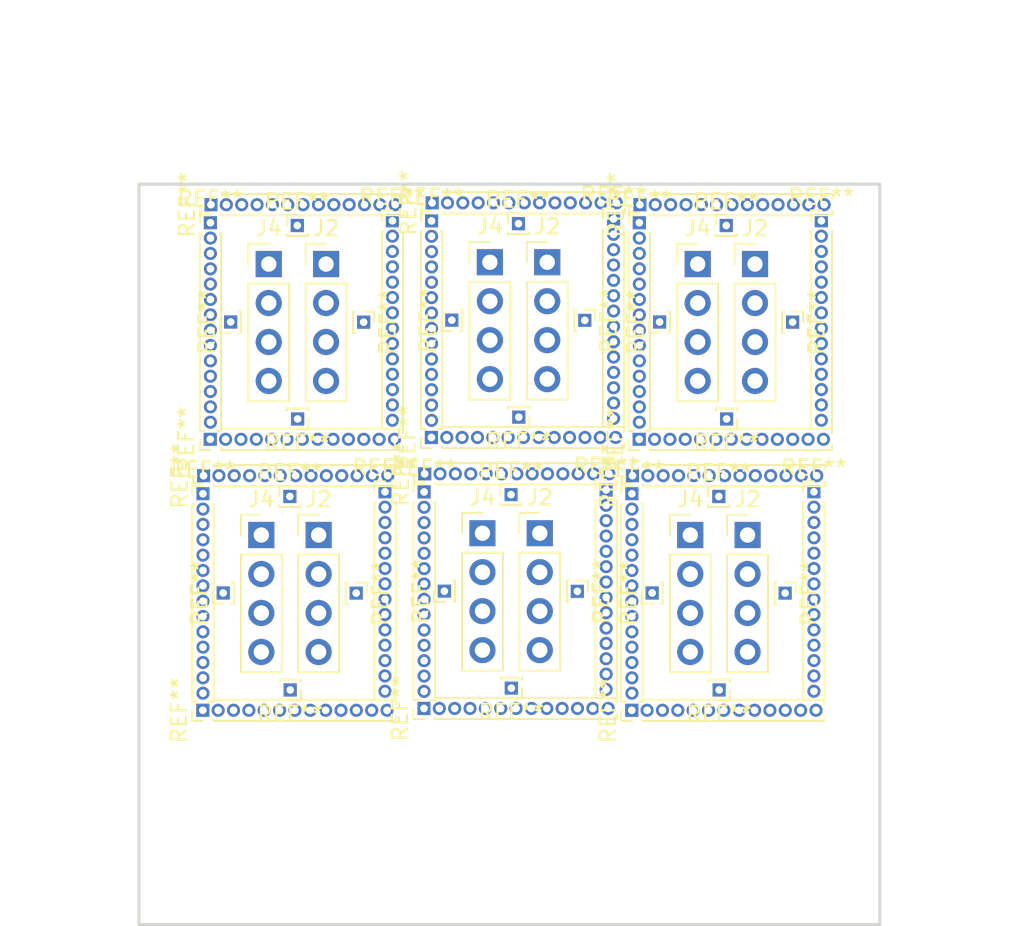
<source format=kicad_pcb>
(kicad_pcb (version 20221018) (generator pcbnew)
  (layers (0 "F.Cu" signal) (31 "B.Cu" signal) (34 "B.Paste" user) (35 "F.Paste" user) (36 "B.SilkS" user "B.Silkscreen") (37 "F.SilkS" user "F.Silkscreen") (38 "B.Mask" user) (39 "F.Mask" user) (44 "Edge.Cuts" user))
  (net 0 "")
  (net 1 "/VCC")
  (net 2 "/GND")
  (net 3 "/SDA")
  (net 4 "/SCL")
  (net 5 "/JROT1")
  (net 6 "/JROT2")
  (net 7 "/OccBridge")
  (footprint "Connector_PinHeader_2.54mm:PinHeader_1x04_P2.54mm_Vertical" (layer "F.Cu") (at 54.5333 33.03)
    (fp_text reference "J2" (at 0 -2.33) (layer "F.SilkS"))
    (fp_text value "Conn_01x04_Pin" hide)
    (pad "1" thru_hole rect (at 0 0) (size 1.7 1.7) (drill 1) (layers "*.Cu" "*.Mask") (net 7 "/OccBridge"))
    (pad "2" thru_hole oval (at 0 2.54) (size 1.7 1.7) (drill 1) (layers "*.Cu" "*.Mask") (net 7 "/OccBridge"))
    (pad "3" thru_hole oval (at 0 5.08) (size 1.7 1.7) (drill 1) (layers "*.Cu" "*.Mask") (net 5 "/JROT1"))
    (pad "4" thru_hole oval (at 0 7.62) (size 1.7 1.7) (drill 1) (layers "*.Cu" "*.Mask") (net 6 "/JROT2"))
  )
  (footprint "Connector_PinHeader_1.00mm:PinHeader_1x01_P1.00mm_Vertical" (layer "F.Cu") (at 42.575781 36.935506 -90)
    (fp_text reference "REF**" (at 0 -1.56 90) (layer "F.SilkS"))
    (fp_text value "PinHeader_1x01_P1.00mm_Vertical")
    (pad "1" thru_hole rect (at 0 0 270) (size 0.85 0.85) (drill 0.5) (layers "*.Cu" "*.Mask"))
  )
  (footprint "Connector_PinHeader_1.00mm:PinHeader_1x14_P1.00mm_Vertical" (layer "F.Cu") (at 43.965259 47.990947)
    (fp_text reference "REF**" (at 0 -1.56) (layer "F.SilkS"))
    (fp_text value "PinHeader_1x14_P1.00mm_Vertical")
    (pad "1" thru_hole rect (at 0 0) (size 0.85 0.85) (drill 0.5) (layers "*.Cu" "*.Mask"))
    (pad "2" thru_hole oval (at 0 1) (size 0.85 0.85) (drill 0.5) (layers "*.Cu" "*.Mask"))
    (pad "3" thru_hole oval (at 0 2) (size 0.85 0.85) (drill 0.5) (layers "*.Cu" "*.Mask"))
    (pad "4" thru_hole oval (at 0 3) (size 0.85 0.85) (drill 0.5) (layers "*.Cu" "*.Mask"))
    (pad "5" thru_hole oval (at 0 4) (size 0.85 0.85) (drill 0.5) (layers "*.Cu" "*.Mask"))
    (pad "6" thru_hole oval (at 0 5) (size 0.85 0.85) (drill 0.5) (layers "*.Cu" "*.Mask"))
    (pad "7" thru_hole oval (at 0 6) (size 0.85 0.85) (drill 0.5) (layers "*.Cu" "*.Mask"))
    (pad "8" thru_hole oval (at 0 7) (size 0.85 0.85) (drill 0.5) (layers "*.Cu" "*.Mask"))
    (pad "9" thru_hole oval (at 0 8) (size 0.85 0.85) (drill 0.5) (layers "*.Cu" "*.Mask"))
    (pad "10" thru_hole oval (at 0 9) (size 0.85 0.85) (drill 0.5) (layers "*.Cu" "*.Mask"))
    (pad "11" thru_hole oval (at 0 10) (size 0.85 0.85) (drill 0.5) (layers "*.Cu" "*.Mask"))
    (pad "12" thru_hole oval (at 0 11) (size 0.85 0.85) (drill 0.5) (layers "*.Cu" "*.Mask"))
    (pad "13" thru_hole oval (at 0 12) (size 0.85 0.85) (drill 0.5) (layers "*.Cu" "*.Mask"))
    (pad "14" thru_hole oval (at 0 13) (size 0.85 0.85) (drill 0.5) (layers "*.Cu" "*.Mask"))
  )
  (footprint "Connector_PinHeader_1.00mm:PinHeader_1x14_P1.00mm_Vertical" (layer "F.Cu") (at 44.45 30.33)
    (fp_text reference "REF**" (at 0 -1.56) (layer "F.SilkS"))
    (fp_text value "PinHeader_1x14_P1.00mm_Vertical")
    (pad "1" thru_hole rect (at 0 0) (size 0.85 0.85) (drill 0.5) (layers "*.Cu" "*.Mask"))
    (pad "2" thru_hole oval (at 0 1) (size 0.85 0.85) (drill 0.5) (layers "*.Cu" "*.Mask"))
    (pad "3" thru_hole oval (at 0 2) (size 0.85 0.85) (drill 0.5) (layers "*.Cu" "*.Mask"))
    (pad "4" thru_hole oval (at 0 3) (size 0.85 0.85) (drill 0.5) (layers "*.Cu" "*.Mask"))
    (pad "5" thru_hole oval (at 0 4) (size 0.85 0.85) (drill 0.5) (layers "*.Cu" "*.Mask"))
    (pad "6" thru_hole oval (at 0 5) (size 0.85 0.85) (drill 0.5) (layers "*.Cu" "*.Mask"))
    (pad "7" thru_hole oval (at 0 6) (size 0.85 0.85) (drill 0.5) (layers "*.Cu" "*.Mask"))
    (pad "8" thru_hole oval (at 0 7) (size 0.85 0.85) (drill 0.5) (layers "*.Cu" "*.Mask"))
    (pad "9" thru_hole oval (at 0 8) (size 0.85 0.85) (drill 0.5) (layers "*.Cu" "*.Mask"))
    (pad "10" thru_hole oval (at 0 9) (size 0.85 0.85) (drill 0.5) (layers "*.Cu" "*.Mask"))
    (pad "11" thru_hole oval (at 0 10) (size 0.85 0.85) (drill 0.5) (layers "*.Cu" "*.Mask"))
    (pad "12" thru_hole oval (at 0 11) (size 0.85 0.85) (drill 0.5) (layers "*.Cu" "*.Mask"))
    (pad "13" thru_hole oval (at 0 12) (size 0.85 0.85) (drill 0.5) (layers "*.Cu" "*.Mask"))
    (pad "14" thru_hole oval (at 0 13) (size 0.85 0.85) (drill 0.5) (layers "*.Cu" "*.Mask"))
  )
  (footprint "Connector_PinHeader_1.00mm:PinHeader_1x14_P1.00mm_Vertical" (layer "F.Cu") (at 32.109162 48.118038)
    (fp_text reference "REF**" (at 0 -1.56) (layer "F.SilkS"))
    (fp_text value "PinHeader_1x14_P1.00mm_Vertical")
    (pad "1" thru_hole rect (at 0 0) (size 0.85 0.85) (drill 0.5) (layers "*.Cu" "*.Mask"))
    (pad "2" thru_hole oval (at 0 1) (size 0.85 0.85) (drill 0.5) (layers "*.Cu" "*.Mask"))
    (pad "3" thru_hole oval (at 0 2) (size 0.85 0.85) (drill 0.5) (layers "*.Cu" "*.Mask"))
    (pad "4" thru_hole oval (at 0 3) (size 0.85 0.85) (drill 0.5) (layers "*.Cu" "*.Mask"))
    (pad "5" thru_hole oval (at 0 4) (size 0.85 0.85) (drill 0.5) (layers "*.Cu" "*.Mask"))
    (pad "6" thru_hole oval (at 0 5) (size 0.85 0.85) (drill 0.5) (layers "*.Cu" "*.Mask"))
    (pad "7" thru_hole oval (at 0 6) (size 0.85 0.85) (drill 0.5) (layers "*.Cu" "*.Mask"))
    (pad "8" thru_hole oval (at 0 7) (size 0.85 0.85) (drill 0.5) (layers "*.Cu" "*.Mask"))
    (pad "9" thru_hole oval (at 0 8) (size 0.85 0.85) (drill 0.5) (layers "*.Cu" "*.Mask"))
    (pad "10" thru_hole oval (at 0 9) (size 0.85 0.85) (drill 0.5) (layers "*.Cu" "*.Mask"))
    (pad "11" thru_hole oval (at 0 10) (size 0.85 0.85) (drill 0.5) (layers "*.Cu" "*.Mask"))
    (pad "12" thru_hole oval (at 0 11) (size 0.85 0.85) (drill 0.5) (layers "*.Cu" "*.Mask"))
    (pad "13" thru_hole oval (at 0 12) (size 0.85 0.85) (drill 0.5) (layers "*.Cu" "*.Mask"))
    (pad "14" thru_hole oval (at 0 13) (size 0.85 0.85) (drill 0.5) (layers "*.Cu" "*.Mask"))
  )
  (footprint "Connector_PinHeader_1.00mm:PinHeader_1x01_P1.00mm_Vertical" (layer "F.Cu") (at 48.319374 36.806092 90)
    (fp_text reference "REF**" (at 0 -1.56 90) (layer "F.SilkS"))
    (fp_text value "PinHeader_1x01_P1.00mm_Vertical")
    (pad "1" thru_hole rect (at 0 0 90) (size 0.85 0.85) (drill 0.5) (layers "*.Cu" "*.Mask"))
  )
  (footprint "Connector_PinHeader_1.00mm:PinHeader_1x13_P1.00mm_Vertical" (layer "F.Cu") (at 32.584741 44.569053 90)
    (fp_text reference "REF**" (at 0 -1.56 90) (layer "F.SilkS"))
    (fp_text value "PinHeader_1x13_P1.00mm_Vertical")
    (pad "1" thru_hole rect (at 0 0 90) (size 0.85 0.85) (drill 0.5) (layers "*.Cu" "*.Mask"))
    (pad "2" thru_hole oval (at 0 1 90) (size 0.85 0.85) (drill 0.5) (layers "*.Cu" "*.Mask"))
    (pad "3" thru_hole oval (at 0 2 90) (size 0.85 0.85) (drill 0.5) (layers "*.Cu" "*.Mask"))
    (pad "4" thru_hole oval (at 0 3 90) (size 0.85 0.85) (drill 0.5) (layers "*.Cu" "*.Mask"))
    (pad "5" thru_hole oval (at 0 4 90) (size 0.85 0.85) (drill 0.5) (layers "*.Cu" "*.Mask"))
    (pad "6" thru_hole oval (at 0 5 90) (size 0.85 0.85) (drill 0.5) (layers "*.Cu" "*.Mask"))
    (pad "7" thru_hole oval (at 0 6 90) (size 0.85 0.85) (drill 0.5) (layers "*.Cu" "*.Mask"))
    (pad "8" thru_hole oval (at 0 7 90) (size 0.85 0.85) (drill 0.5) (layers "*.Cu" "*.Mask"))
    (pad "9" thru_hole oval (at 0 8 90) (size 0.85 0.85) (drill 0.5) (layers "*.Cu" "*.Mask"))
    (pad "10" thru_hole oval (at 0 9 90) (size 0.85 0.85) (drill 0.5) (layers "*.Cu" "*.Mask"))
    (pad "11" thru_hole oval (at 0 10 90) (size 0.85 0.85) (drill 0.5) (layers "*.Cu" "*.Mask"))
    (pad "12" thru_hole oval (at 0 11 90) (size 0.85 0.85) (drill 0.5) (layers "*.Cu" "*.Mask"))
    (pad "13" thru_hole oval (at 0 12 90) (size 0.85 0.85) (drill 0.5) (layers "*.Cu" "*.Mask"))
  )
  (footprint "Connector_PinHeader_2.54mm:PinHeader_1x04_P2.54mm_Vertical" (layer "F.Cu") (at 63.85 50.81)
    (fp_text reference "J4" (at 0 -2.33) (layer "F.SilkS"))
    (fp_text value "Conn_01x04_Pin" hide)
    (pad "1" thru_hole rect (at 0 0) (size 1.7 1.7) (drill 1) (layers "*.Cu" "*.Mask") (net 1 "/VCC"))
    (pad "2" thru_hole oval (at 0 2.54) (size 1.7 1.7) (drill 1) (layers "*.Cu" "*.Mask") (net 2 "/GND"))
    (pad "3" thru_hole oval (at 0 5.08) (size 1.7 1.7) (drill 1) (layers "*.Cu" "*.Mask") (net 4 "/SCL"))
    (pad "4" thru_hole oval (at 0 7.62) (size 1.7 1.7) (drill 1) (layers "*.Cu" "*.Mask") (net 3 "/SDA"))
  )
  (footprint "Connector_PinHeader_1.00mm:PinHeader_1x01_P1.00mm_Vertical" (layer "F.Cu") (at 61.369374 54.586092 90)
    (fp_text reference "REF**" (at 0 -1.56 90) (layer "F.SilkS"))
    (fp_text value "PinHeader_1x01_P1.00mm_Vertical")
    (pad "1" thru_hole rect (at 0 0 90) (size 0.85 0.85) (drill 0.5) (layers "*.Cu" "*.Mask"))
  )
  (footprint "Connector_PinHeader_1.00mm:PinHeader_1x14_P1.00mm_Vertical" (layer "F.Cu") (at 32.593903 30.457091)
    (fp_text reference "REF**" (at 0 -1.56) (layer "F.SilkS"))
    (fp_text value "PinHeader_1x14_P1.00mm_Vertical")
    (pad "1" thru_hole rect (at 0 0) (size 0.85 0.85) (drill 0.5) (layers "*.Cu" "*.Mask"))
    (pad "2" thru_hole oval (at 0 1) (size 0.85 0.85) (drill 0.5) (layers "*.Cu" "*.Mask"))
    (pad "3" thru_hole oval (at 0 2) (size 0.85 0.85) (drill 0.5) (layers "*.Cu" "*.Mask"))
    (pad "4" thru_hole oval (at 0 3) (size 0.85 0.85) (drill 0.5) (layers "*.Cu" "*.Mask"))
    (pad "5" thru_hole oval (at 0 4) (size 0.85 0.85) (drill 0.5) (layers "*.Cu" "*.Mask"))
    (pad "6" thru_hole oval (at 0 5) (size 0.85 0.85) (drill 0.5) (layers "*.Cu" "*.Mask"))
    (pad "7" thru_hole oval (at 0 6) (size 0.85 0.85) (drill 0.5) (layers "*.Cu" "*.Mask"))
    (pad "8" thru_hole oval (at 0 7) (size 0.85 0.85) (drill 0.5) (layers "*.Cu" "*.Mask"))
    (pad "9" thru_hole oval (at 0 8) (size 0.85 0.85) (drill 0.5) (layers "*.Cu" "*.Mask"))
    (pad "10" thru_hole oval (at 0 9) (size 0.85 0.85) (drill 0.5) (layers "*.Cu" "*.Mask"))
    (pad "11" thru_hole oval (at 0 10) (size 0.85 0.85) (drill 0.5) (layers "*.Cu" "*.Mask"))
    (pad "12" thru_hole oval (at 0 11) (size 0.85 0.85) (drill 0.5) (layers "*.Cu" "*.Mask"))
    (pad "13" thru_hole oval (at 0 12) (size 0.85 0.85) (drill 0.5) (layers "*.Cu" "*.Mask"))
    (pad "14" thru_hole oval (at 0 13) (size 0.85 0.85) (drill 0.5) (layers "*.Cu" "*.Mask"))
  )
  (footprint "Connector_PinHeader_1.00mm:PinHeader_1x01_P1.00mm_Vertical" (layer "F.Cu") (at 37.770568 48.297059)
    (fp_text reference "REF**" (at 0 -1.56) (layer "F.SilkS"))
    (fp_text value "PinHeader_1x01_P1.00mm_Vertical")
    (pad "1" thru_hole rect (at 0 0) (size 0.85 0.85) (drill 0.5) (layers "*.Cu" "*.Mask"))
  )
  (footprint "Connector_PinHeader_1.00mm:PinHeader_1x14_P1.00mm_Vertical" (layer "F.Cu") (at 46.514421 47.998985)
    (fp_text reference "REF**" (at 0 -1.56) (layer "F.SilkS"))
    (fp_text value "PinHeader_1x14_P1.00mm_Vertical")
    (pad "1" thru_hole rect (at 0 0) (size 0.85 0.85) (drill 0.5) (layers "*.Cu" "*.Mask"))
    (pad "2" thru_hole oval (at 0 1) (size 0.85 0.85) (drill 0.5) (layers "*.Cu" "*.Mask"))
    (pad "3" thru_hole oval (at 0 2) (size 0.85 0.85) (drill 0.5) (layers "*.Cu" "*.Mask"))
    (pad "4" thru_hole oval (at 0 3) (size 0.85 0.85) (drill 0.5) (layers "*.Cu" "*.Mask"))
    (pad "5" thru_hole oval (at 0 4) (size 0.85 0.85) (drill 0.5) (layers "*.Cu" "*.Mask"))
    (pad "6" thru_hole oval (at 0 5) (size 0.85 0.85) (drill 0.5) (layers "*.Cu" "*.Mask"))
    (pad "7" thru_hole oval (at 0 6) (size 0.85 0.85) (drill 0.5) (layers "*.Cu" "*.Mask"))
    (pad "8" thru_hole oval (at 0 7) (size 0.85 0.85) (drill 0.5) (layers "*.Cu" "*.Mask"))
    (pad "9" thru_hole oval (at 0 8) (size 0.85 0.85) (drill 0.5) (layers "*.Cu" "*.Mask"))
    (pad "10" thru_hole oval (at 0 9) (size 0.85 0.85) (drill 0.5) (layers "*.Cu" "*.Mask"))
    (pad "11" thru_hole oval (at 0 10) (size 0.85 0.85) (drill 0.5) (layers "*.Cu" "*.Mask"))
    (pad "12" thru_hole oval (at 0 11) (size 0.85 0.85) (drill 0.5) (layers "*.Cu" "*.Mask"))
    (pad "13" thru_hole oval (at 0 12) (size 0.85 0.85) (drill 0.5) (layers "*.Cu" "*.Mask"))
    (pad "14" thru_hole oval (at 0 13) (size 0.85 0.85) (drill 0.5) (layers "*.Cu" "*.Mask"))
  )
  (footprint "Connector_PinHeader_2.54mm:PinHeader_1x04_P2.54mm_Vertical" (layer "F.Cu") (at 39.6433 50.81)
    (fp_text reference "J2" (at 0 -2.33) (layer "F.SilkS"))
    (fp_text value "Conn_01x04_Pin" hide)
    (pad "1" thru_hole rect (at 0 0) (size 1.7 1.7) (drill 1) (layers "*.Cu" "*.Mask") (net 7 "/OccBridge"))
    (pad "2" thru_hole oval (at 0 2.54) (size 1.7 1.7) (drill 1) (layers "*.Cu" "*.Mask") (net 7 "/OccBridge"))
    (pad "3" thru_hole oval (at 0 5.08) (size 1.7 1.7) (drill 1) (layers "*.Cu" "*.Mask") (net 5 "/JROT1"))
    (pad "4" thru_hole oval (at 0 7.62) (size 1.7 1.7) (drill 1) (layers "*.Cu" "*.Mask") (net 6 "/JROT2"))
  )
  (footprint "Connector_PinHeader_1.00mm:PinHeader_1x13_P1.00mm_Vertical" (layer "F.Cu") (at 60.04 62.23 90)
    (fp_text reference "REF**" (at 0 -1.56 90) (layer "F.SilkS"))
    (fp_text value "PinHeader_1x13_P1.00mm_Vertical")
    (pad "1" thru_hole rect (at 0 0 90) (size 0.85 0.85) (drill 0.5) (layers "*.Cu" "*.Mask"))
    (pad "2" thru_hole oval (at 0 1 90) (size 0.85 0.85) (drill 0.5) (layers "*.Cu" "*.Mask"))
    (pad "3" thru_hole oval (at 0 2 90) (size 0.85 0.85) (drill 0.5) (layers "*.Cu" "*.Mask"))
    (pad "4" thru_hole oval (at 0 3 90) (size 0.85 0.85) (drill 0.5) (layers "*.Cu" "*.Mask"))
    (pad "5" thru_hole oval (at 0 4 90) (size 0.85 0.85) (drill 0.5) (layers "*.Cu" "*.Mask"))
    (pad "6" thru_hole oval (at 0 5 90) (size 0.85 0.85) (drill 0.5) (layers "*.Cu" "*.Mask"))
    (pad "7" thru_hole oval (at 0 6 90) (size 0.85 0.85) (drill 0.5) (layers "*.Cu" "*.Mask"))
    (pad "8" thru_hole oval (at 0 7 90) (size 0.85 0.85) (drill 0.5) (layers "*.Cu" "*.Mask"))
    (pad "9" thru_hole oval (at 0 8 90) (size 0.85 0.85) (drill 0.5) (layers "*.Cu" "*.Mask"))
    (pad "10" thru_hole oval (at 0 9 90) (size 0.85 0.85) (drill 0.5) (layers "*.Cu" "*.Mask"))
    (pad "11" thru_hole oval (at 0 10 90) (size 0.85 0.85) (drill 0.5) (layers "*.Cu" "*.Mask"))
    (pad "12" thru_hole oval (at 0 11 90) (size 0.85 0.85) (drill 0.5) (layers "*.Cu" "*.Mask"))
    (pad "13" thru_hole oval (at 0 12 90) (size 0.85 0.85) (drill 0.5) (layers "*.Cu" "*.Mask"))
  )
  (footprint "Connector_PinHeader_1.00mm:PinHeader_1x14_P1.00mm_Vertical" (layer "F.Cu") (at 71.905259 47.990947)
    (fp_text reference "REF**" (at 0 -1.56) (layer "F.SilkS"))
    (fp_text value "PinHeader_1x14_P1.00mm_Vertical")
    (pad "1" thru_hole rect (at 0 0) (size 0.85 0.85) (drill 0.5) (layers "*.Cu" "*.Mask"))
    (pad "2" thru_hole oval (at 0 1) (size 0.85 0.85) (drill 0.5) (layers "*.Cu" "*.Mask"))
    (pad "3" thru_hole oval (at 0 2) (size 0.85 0.85) (drill 0.5) (layers "*.Cu" "*.Mask"))
    (pad "4" thru_hole oval (at 0 3) (size 0.85 0.85) (drill 0.5) (layers "*.Cu" "*.Mask"))
    (pad "5" thru_hole oval (at 0 4) (size 0.85 0.85) (drill 0.5) (layers "*.Cu" "*.Mask"))
    (pad "6" thru_hole oval (at 0 5) (size 0.85 0.85) (drill 0.5) (layers "*.Cu" "*.Mask"))
    (pad "7" thru_hole oval (at 0 6) (size 0.85 0.85) (drill 0.5) (layers "*.Cu" "*.Mask"))
    (pad "8" thru_hole oval (at 0 7) (size 0.85 0.85) (drill 0.5) (layers "*.Cu" "*.Mask"))
    (pad "9" thru_hole oval (at 0 8) (size 0.85 0.85) (drill 0.5) (layers "*.Cu" "*.Mask"))
    (pad "10" thru_hole oval (at 0 9) (size 0.85 0.85) (drill 0.5) (layers "*.Cu" "*.Mask"))
    (pad "11" thru_hole oval (at 0 10) (size 0.85 0.85) (drill 0.5) (layers "*.Cu" "*.Mask"))
    (pad "12" thru_hole oval (at 0 11) (size 0.85 0.85) (drill 0.5) (layers "*.Cu" "*.Mask"))
    (pad "13" thru_hole oval (at 0 12) (size 0.85 0.85) (drill 0.5) (layers "*.Cu" "*.Mask"))
    (pad "14" thru_hole oval (at 0 13) (size 0.85 0.85) (drill 0.5) (layers "*.Cu" "*.Mask"))
  )
  (footprint "Connector_PinHeader_1.00mm:PinHeader_1x01_P1.00mm_Vertical" (layer "F.Cu") (at 33.429374 54.586092 90)
    (fp_text reference "REF**" (at 0 -1.56 90) (layer "F.SilkS"))
    (fp_text value "PinHeader_1x01_P1.00mm_Vertical")
    (pad "1" thru_hole rect (at 0 0 90) (size 0.85 0.85) (drill 0.5) (layers "*.Cu" "*.Mask"))
  )
  (footprint "Connector_PinHeader_1.00mm:PinHeader_1x01_P1.00mm_Vertical" (layer "F.Cu") (at 33.914115 36.925145 90)
    (fp_text reference "REF**" (at 0 -1.56 90) (layer "F.SilkS"))
    (fp_text value "PinHeader_1x01_P1.00mm_Vertical")
    (pad "1" thru_hole rect (at 0 0 90) (size 0.85 0.85) (drill 0.5) (layers "*.Cu" "*.Mask"))
  )
  (footprint "Connector_PinHeader_1.00mm:PinHeader_1x01_P1.00mm_Vertical" (layer "F.Cu") (at 52.660568 30.517059)
    (fp_text reference "REF**" (at 0 -1.56) (layer "F.SilkS"))
    (fp_text value "PinHeader_1x01_P1.00mm_Vertical")
    (pad "1" thru_hole rect (at 0 0) (size 0.85 0.85) (drill 0.5) (layers "*.Cu" "*.Mask"))
  )
  (footprint "Connector_PinHeader_1.00mm:PinHeader_1x13_P1.00mm_Vertical" (layer "F.Cu") (at 60.571686 29.279437 90)
    (fp_text reference "REF**" (at 0 -1.56 90) (layer "F.SilkS"))
    (fp_text value "PinHeader_1x13_P1.00mm_Vertical")
    (pad "1" thru_hole rect (at 0 0 90) (size 0.85 0.85) (drill 0.5) (layers "*.Cu" "*.Mask"))
    (pad "2" thru_hole oval (at 0 1 90) (size 0.85 0.85) (drill 0.5) (layers "*.Cu" "*.Mask"))
    (pad "3" thru_hole oval (at 0 2 90) (size 0.85 0.85) (drill 0.5) (layers "*.Cu" "*.Mask"))
    (pad "4" thru_hole oval (at 0 3 90) (size 0.85 0.85) (drill 0.5) (layers "*.Cu" "*.Mask"))
    (pad "5" thru_hole oval (at 0 4 90) (size 0.85 0.85) (drill 0.5) (layers "*.Cu" "*.Mask"))
    (pad "6" thru_hole oval (at 0 5 90) (size 0.85 0.85) (drill 0.5) (layers "*.Cu" "*.Mask"))
    (pad "7" thru_hole oval (at 0 6 90) (size 0.85 0.85) (drill 0.5) (layers "*.Cu" "*.Mask"))
    (pad "8" thru_hole oval (at 0 7 90) (size 0.85 0.85) (drill 0.5) (layers "*.Cu" "*.Mask"))
    (pad "9" thru_hole oval (at 0 8 90) (size 0.85 0.85) (drill 0.5) (layers "*.Cu" "*.Mask"))
    (pad "10" thru_hole oval (at 0 9 90) (size 0.85 0.85) (drill 0.5) (layers "*.Cu" "*.Mask"))
    (pad "11" thru_hole oval (at 0 10 90) (size 0.85 0.85) (drill 0.5) (layers "*.Cu" "*.Mask"))
    (pad "12" thru_hole oval (at 0 11 90) (size 0.85 0.85) (drill 0.5) (layers "*.Cu" "*.Mask"))
    (pad "13" thru_hole oval (at 0 12 90) (size 0.85 0.85) (drill 0.5) (layers "*.Cu" "*.Mask"))
  )
  (footprint "Connector_PinHeader_1.00mm:PinHeader_1x13_P1.00mm_Vertical" (layer "F.Cu") (at 32.631686 29.279437 90)
    (fp_text reference "REF**" (at 0 -1.56 90) (layer "F.SilkS"))
    (fp_text value "PinHeader_1x13_P1.00mm_Vertical")
    (pad "1" thru_hole rect (at 0 0 90) (size 0.85 0.85) (drill 0.5) (layers "*.Cu" "*.Mask"))
    (pad "2" thru_hole oval (at 0 1 90) (size 0.85 0.85) (drill 0.5) (layers "*.Cu" "*.Mask"))
    (pad "3" thru_hole oval (at 0 2 90) (size 0.85 0.85) (drill 0.5) (layers "*.Cu" "*.Mask"))
    (pad "4" thru_hole oval (at 0 3 90) (size 0.85 0.85) (drill 0.5) (layers "*.Cu" "*.Mask"))
    (pad "5" thru_hole oval (at 0 4 90) (size 0.85 0.85) (drill 0.5) (layers "*.Cu" "*.Mask"))
    (pad "6" thru_hole oval (at 0 5 90) (size 0.85 0.85) (drill 0.5) (layers "*.Cu" "*.Mask"))
    (pad "7" thru_hole oval (at 0 6 90) (size 0.85 0.85) (drill 0.5) (layers "*.Cu" "*.Mask"))
    (pad "8" thru_hole oval (at 0 7 90) (size 0.85 0.85) (drill 0.5) (layers "*.Cu" "*.Mask"))
    (pad "9" thru_hole oval (at 0 8 90) (size 0.85 0.85) (drill 0.5) (layers "*.Cu" "*.Mask"))
    (pad "10" thru_hole oval (at 0 9 90) (size 0.85 0.85) (drill 0.5) (layers "*.Cu" "*.Mask"))
    (pad "11" thru_hole oval (at 0 10 90) (size 0.85 0.85) (drill 0.5) (layers "*.Cu" "*.Mask"))
    (pad "12" thru_hole oval (at 0 11 90) (size 0.85 0.85) (drill 0.5) (layers "*.Cu" "*.Mask"))
    (pad "13" thru_hole oval (at 0 12 90) (size 0.85 0.85) (drill 0.5) (layers "*.Cu" "*.Mask"))
  )
  (footprint "Connector_PinHeader_1.00mm:PinHeader_1x01_P1.00mm_Vertical" (layer "F.Cu") (at 56.98104 36.816453 -90)
    (fp_text reference "REF**" (at 0 -1.56 90) (layer "F.SilkS"))
    (fp_text value "PinHeader_1x01_P1.00mm_Vertical")
    (pad "1" thru_hole rect (at 0 0 270) (size 0.85 0.85) (drill 0.5) (layers "*.Cu" "*.Mask"))
  )
  (footprint "Connector_PinHeader_1.00mm:PinHeader_1x01_P1.00mm_Vertical" (layer "F.Cu") (at 66.195309 30.636112)
    (fp_text reference "REF**" (at 0 -1.56) (layer "F.SilkS"))
    (fp_text value "PinHeader_1x01_P1.00mm_Vertical")
    (pad "1" thru_hole rect (at 0 0) (size 0.85 0.85) (drill 0.5) (layers "*.Cu" "*.Mask"))
  )
  (footprint "Connector_PinHeader_1.00mm:PinHeader_1x01_P1.00mm_Vertical" (layer "F.Cu") (at 52.681289 43.126207 180)
    (fp_text reference "REF**" (at 0 -1.56) (layer "F.SilkS"))
    (fp_text value "PinHeader_1x01_P1.00mm_Vertical")
    (pad "1" thru_hole rect (at 0 0 180) (size 0.85 0.85) (drill 0.5) (layers "*.Cu" "*.Mask"))
  )
  (footprint "Connector_PinHeader_1.00mm:PinHeader_1x13_P1.00mm_Vertical" (layer "F.Cu") (at 32.1 62.23 90)
    (fp_text reference "REF**" (at 0 -1.56 90) (layer "F.SilkS"))
    (fp_text value "PinHeader_1x13_P1.00mm_Vertical")
    (pad "1" thru_hole rect (at 0 0 90) (size 0.85 0.85) (drill 0.5) (layers "*.Cu" "*.Mask"))
    (pad "2" thru_hole oval (at 0 1 90) (size 0.85 0.85) (drill 0.5) (layers "*.Cu" "*.Mask"))
    (pad "3" thru_hole oval (at 0 2 90) (size 0.85 0.85) (drill 0.5) (layers "*.Cu" "*.Mask"))
    (pad "4" thru_hole oval (at 0 3 90) (size 0.85 0.85) (drill 0.5) (layers "*.Cu" "*.Mask"))
    (pad "5" thru_hole oval (at 0 4 90) (size 0.85 0.85) (drill 0.5) (layers "*.Cu" "*.Mask"))
    (pad "6" thru_hole oval (at 0 5 90) (size 0.85 0.85) (drill 0.5) (layers "*.Cu" "*.Mask"))
    (pad "7" thru_hole oval (at 0 6 90) (size 0.85 0.85) (drill 0.5) (layers "*.Cu" "*.Mask"))
    (pad "8" thru_hole oval (at 0 7 90) (size 0.85 0.85) (drill 0.5) (layers "*.Cu" "*.Mask"))
    (pad "9" thru_hole oval (at 0 8 90) (size 0.85 0.85) (drill 0.5) (layers "*.Cu" "*.Mask"))
    (pad "10" thru_hole oval (at 0 9 90) (size 0.85 0.85) (drill 0.5) (layers "*.Cu" "*.Mask"))
    (pad "11" thru_hole oval (at 0 10 90) (size 0.85 0.85) (drill 0.5) (layers "*.Cu" "*.Mask"))
    (pad "12" thru_hole oval (at 0 11 90) (size 0.85 0.85) (drill 0.5) (layers "*.Cu" "*.Mask"))
    (pad "13" thru_hole oval (at 0 12 90) (size 0.85 0.85) (drill 0.5) (layers "*.Cu" "*.Mask"))
  )
  (footprint "Connector_PinHeader_1.00mm:PinHeader_1x14_P1.00mm_Vertical" (layer "F.Cu") (at 60.049162 48.118038)
    (fp_text reference "REF**" (at 0 -1.56) (layer "F.SilkS"))
    (fp_text value "PinHeader_1x14_P1.00mm_Vertical")
    (pad "1" thru_hole rect (at 0 0) (size 0.85 0.85) (drill 0.5) (layers "*.Cu" "*.Mask"))
    (pad "2" thru_hole oval (at 0 1) (size 0.85 0.85) (drill 0.5) (layers "*.Cu" "*.Mask"))
    (pad "3" thru_hole oval (at 0 2) (size 0.85 0.85) (drill 0.5) (layers "*.Cu" "*.Mask"))
    (pad "4" thru_hole oval (at 0 3) (size 0.85 0.85) (drill 0.5) (layers "*.Cu" "*.Mask"))
    (pad "5" thru_hole oval (at 0 4) (size 0.85 0.85) (drill 0.5) (layers "*.Cu" "*.Mask"))
    (pad "6" thru_hole oval (at 0 5) (size 0.85 0.85) (drill 0.5) (layers "*.Cu" "*.Mask"))
    (pad "7" thru_hole oval (at 0 6) (size 0.85 0.85) (drill 0.5) (layers "*.Cu" "*.Mask"))
    (pad "8" thru_hole oval (at 0 7) (size 0.85 0.85) (drill 0.5) (layers "*.Cu" "*.Mask"))
    (pad "9" thru_hole oval (at 0 8) (size 0.85 0.85) (drill 0.5) (layers "*.Cu" "*.Mask"))
    (pad "10" thru_hole oval (at 0 9) (size 0.85 0.85) (drill 0.5) (layers "*.Cu" "*.Mask"))
    (pad "11" thru_hole oval (at 0 10) (size 0.85 0.85) (drill 0.5) (layers "*.Cu" "*.Mask"))
    (pad "12" thru_hole oval (at 0 11) (size 0.85 0.85) (drill 0.5) (layers "*.Cu" "*.Mask"))
    (pad "13" thru_hole oval (at 0 12) (size 0.85 0.85) (drill 0.5) (layers "*.Cu" "*.Mask"))
    (pad "14" thru_hole oval (at 0 13) (size 0.85 0.85) (drill 0.5) (layers "*.Cu" "*.Mask"))
  )
  (footprint "Connector_PinHeader_1.00mm:PinHeader_1x14_P1.00mm_Vertical" (layer "F.Cu") (at 60.533903 30.457091)
    (fp_text reference "REF**" (at 0 -1.56) (layer "F.SilkS"))
    (fp_text value "PinHeader_1x14_P1.00mm_Vertical")
    (pad "1" thru_hole rect (at 0 0) (size 0.85 0.85) (drill 0.5) (layers "*.Cu" "*.Mask"))
    (pad "2" thru_hole oval (at 0 1) (size 0.85 0.85) (drill 0.5) (layers "*.Cu" "*.Mask"))
    (pad "3" thru_hole oval (at 0 2) (size 0.85 0.85) (drill 0.5) (layers "*.Cu" "*.Mask"))
    (pad "4" thru_hole oval (at 0 3) (size 0.85 0.85) (drill 0.5) (layers "*.Cu" "*.Mask"))
    (pad "5" thru_hole oval (at 0 4) (size 0.85 0.85) (drill 0.5) (layers "*.Cu" "*.Mask"))
    (pad "6" thru_hole oval (at 0 5) (size 0.85 0.85) (drill 0.5) (layers "*.Cu" "*.Mask"))
    (pad "7" thru_hole oval (at 0 6) (size 0.85 0.85) (drill 0.5) (layers "*.Cu" "*.Mask"))
    (pad "8" thru_hole oval (at 0 7) (size 0.85 0.85) (drill 0.5) (layers "*.Cu" "*.Mask"))
    (pad "9" thru_hole oval (at 0 8) (size 0.85 0.85) (drill 0.5) (layers "*.Cu" "*.Mask"))
    (pad "10" thru_hole oval (at 0 9) (size 0.85 0.85) (drill 0.5) (layers "*.Cu" "*.Mask"))
    (pad "11" thru_hole oval (at 0 10) (size 0.85 0.85) (drill 0.5) (layers "*.Cu" "*.Mask"))
    (pad "12" thru_hole oval (at 0 11) (size 0.85 0.85) (drill 0.5) (layers "*.Cu" "*.Mask"))
    (pad "13" thru_hole oval (at 0 12) (size 0.85 0.85) (drill 0.5) (layers "*.Cu" "*.Mask"))
    (pad "14" thru_hole oval (at 0 13) (size 0.85 0.85) (drill 0.5) (layers "*.Cu" "*.Mask"))
  )
  (footprint "Connector_PinHeader_1.00mm:PinHeader_1x14_P1.00mm_Vertical" (layer "F.Cu") (at 72.39 30.33)
    (fp_text reference "REF**" (at 0 -1.56) (layer "F.SilkS"))
    (fp_text value "PinHeader_1x14_P1.00mm_Vertical")
    (pad "1" thru_hole rect (at 0 0) (size 0.85 0.85) (drill 0.5) (layers "*.Cu" "*.Mask"))
    (pad "2" thru_hole oval (at 0 1) (size 0.85 0.85) (drill 0.5) (layers "*.Cu" "*.Mask"))
    (pad "3" thru_hole oval (at 0 2) (size 0.85 0.85) (drill 0.5) (layers "*.Cu" "*.Mask"))
    (pad "4" thru_hole oval (at 0 3) (size 0.85 0.85) (drill 0.5) (layers "*.Cu" "*.Mask"))
    (pad "5" thru_hole oval (at 0 4) (size 0.85 0.85) (drill 0.5) (layers "*.Cu" "*.Mask"))
    (pad "6" thru_hole oval (at 0 5) (size 0.85 0.85) (drill 0.5) (layers "*.Cu" "*.Mask"))
    (pad "7" thru_hole oval (at 0 6) (size 0.85 0.85) (drill 0.5) (layers "*.Cu" "*.Mask"))
    (pad "8" thru_hole oval (at 0 7) (size 0.85 0.85) (drill 0.5) (layers "*.Cu" "*.Mask"))
    (pad "9" thru_hole oval (at 0 8) (size 0.85 0.85) (drill 0.5) (layers "*.Cu" "*.Mask"))
    (pad "10" thru_hole oval (at 0 9) (size 0.85 0.85) (drill 0.5) (layers "*.Cu" "*.Mask"))
    (pad "11" thru_hole oval (at 0 10) (size 0.85 0.85) (drill 0.5) (layers "*.Cu" "*.Mask"))
    (pad "12" thru_hole oval (at 0 11) (size 0.85 0.85) (drill 0.5) (layers "*.Cu" "*.Mask"))
    (pad "13" thru_hole oval (at 0 12) (size 0.85 0.85) (drill 0.5) (layers "*.Cu" "*.Mask"))
    (pad "14" thru_hole oval (at 0 13) (size 0.85 0.85) (drill 0.5) (layers "*.Cu" "*.Mask"))
  )
  (footprint "Connector_PinHeader_1.00mm:PinHeader_1x13_P1.00mm_Vertical" (layer "F.Cu") (at 46.505259 62.110947 90)
    (fp_text reference "REF**" (at 0 -1.56 90) (layer "F.SilkS"))
    (fp_text value "PinHeader_1x13_P1.00mm_Vertical")
    (pad "1" thru_hole rect (at 0 0 90) (size 0.85 0.85) (drill 0.5) (layers "*.Cu" "*.Mask"))
    (pad "2" thru_hole oval (at 0 1 90) (size 0.85 0.85) (drill 0.5) (layers "*.Cu" "*.Mask"))
    (pad "3" thru_hole oval (at 0 2 90) (size 0.85 0.85) (drill 0.5) (layers "*.Cu" "*.Mask"))
    (pad "4" thru_hole oval (at 0 3 90) (size 0.85 0.85) (drill 0.5) (layers "*.Cu" "*.Mask"))
    (pad "5" thru_hole oval (at 0 4 90) (size 0.85 0.85) (drill 0.5) (layers "*.Cu" "*.Mask"))
    (pad "6" thru_hole oval (at 0 5 90) (size 0.85 0.85) (drill 0.5) (layers "*.Cu" "*.Mask"))
    (pad "7" thru_hole oval (at 0 6 90) (size 0.85 0.85) (drill 0.5) (layers "*.Cu" "*.Mask"))
    (pad "8" thru_hole oval (at 0 7 90) (size 0.85 0.85) (drill 0.5) (layers "*.Cu" "*.Mask"))
    (pad "9" thru_hole oval (at 0 8 90) (size 0.85 0.85) (drill 0.5) (layers "*.Cu" "*.Mask"))
    (pad "10" thru_hole oval (at 0 9 90) (size 0.85 0.85) (drill 0.5) (layers "*.Cu" "*.Mask"))
    (pad "11" thru_hole oval (at 0 10 90) (size 0.85 0.85) (drill 0.5) (layers "*.Cu" "*.Mask"))
    (pad "12" thru_hole oval (at 0 11 90) (size 0.85 0.85) (drill 0.5) (layers "*.Cu" "*.Mask"))
    (pad "13" thru_hole oval (at 0 12 90) (size 0.85 0.85) (drill 0.5) (layers "*.Cu" "*.Mask"))
  )
  (footprint "Connector_PinHeader_1.00mm:PinHeader_1x13_P1.00mm_Vertical" (layer "F.Cu") (at 60.524741 44.569053 90)
    (fp_text reference "REF**" (at 0 -1.56 90) (layer "F.SilkS"))
    (fp_text value "PinHeader_1x13_P1.00mm_Vertical")
    (pad "1" thru_hole rect (at 0 0 90) (size 0.85 0.85) (drill 0.5) (layers "*.Cu" "*.Mask"))
    (pad "2" thru_hole oval (at 0 1 90) (size 0.85 0.85) (drill 0.5) (layers "*.Cu" "*.Mask"))
    (pad "3" thru_hole oval (at 0 2 90) (size 0.85 0.85) (drill 0.5) (layers "*.Cu" "*.Mask"))
    (pad "4" thru_hole oval (at 0 3 90) (size 0.85 0.85) (drill 0.5) (layers "*.Cu" "*.Mask"))
    (pad "5" thru_hole oval (at 0 4 90) (size 0.85 0.85) (drill 0.5) (layers "*.Cu" "*.Mask"))
    (pad "6" thru_hole oval (at 0 5 90) (size 0.85 0.85) (drill 0.5) (layers "*.Cu" "*.Mask"))
    (pad "7" thru_hole oval (at 0 6 90) (size 0.85 0.85) (drill 0.5) (layers "*.Cu" "*.Mask"))
    (pad "8" thru_hole oval (at 0 7 90) (size 0.85 0.85) (drill 0.5) (layers "*.Cu" "*.Mask"))
    (pad "9" thru_hole oval (at 0 8 90) (size 0.85 0.85) (drill 0.5) (layers "*.Cu" "*.Mask"))
    (pad "10" thru_hole oval (at 0 9 90) (size 0.85 0.85) (drill 0.5) (layers "*.Cu" "*.Mask"))
    (pad "11" thru_hole oval (at 0 10 90) (size 0.85 0.85) (drill 0.5) (layers "*.Cu" "*.Mask"))
    (pad "12" thru_hole oval (at 0 11 90) (size 0.85 0.85) (drill 0.5) (layers "*.Cu" "*.Mask"))
    (pad "13" thru_hole oval (at 0 12 90) (size 0.85 0.85) (drill 0.5) (layers "*.Cu" "*.Mask"))
  )
  (footprint "Connector_PinHeader_1.00mm:PinHeader_1x01_P1.00mm_Vertical" (layer "F.Cu") (at 70.515781 36.935506 -90)
    (fp_text reference "REF**" (at 0 -1.56 90) (layer "F.SilkS"))
    (fp_text value "PinHeader_1x01_P1.00mm_Vertical")
    (pad "1" thru_hole rect (at 0 0 270) (size 0.85 0.85) (drill 0.5) (layers "*.Cu" "*.Mask"))
  )
  (footprint "Connector_PinHeader_2.54mm:PinHeader_1x04_P2.54mm_Vertical" (layer "F.Cu") (at 67.5833 50.81)
    (fp_text reference "J2" (at 0 -2.33) (layer "F.SilkS"))
    (fp_text value "Conn_01x04_Pin" hide)
    (pad "1" thru_hole rect (at 0 0) (size 1.7 1.7) (drill 1) (layers "*.Cu" "*.Mask") (net 7 "/OccBridge"))
    (pad "2" thru_hole oval (at 0 2.54) (size 1.7 1.7) (drill 1) (layers "*.Cu" "*.Mask") (net 7 "/OccBridge"))
    (pad "3" thru_hole oval (at 0 5.08) (size 1.7 1.7) (drill 1) (layers "*.Cu" "*.Mask") (net 5 "/JROT1"))
    (pad "4" thru_hole oval (at 0 7.62) (size 1.7 1.7) (drill 1) (layers "*.Cu" "*.Mask") (net 6 "/JROT2"))
  )
  (footprint "Connector_PinHeader_2.54mm:PinHeader_1x04_P2.54mm_Vertical" (layer "F.Cu") (at 50.315259 50.690947)
    (fp_text reference "J4" (at 0 -2.33) (layer "F.SilkS"))
    (fp_text value "Conn_01x04_Pin" hide)
    (pad "1" thru_hole rect (at 0 0) (size 1.7 1.7) (drill 1) (layers "*.Cu" "*.Mask") (net 1 "/VCC"))
    (pad "2" thru_hole oval (at 0 2.54) (size 1.7 1.7) (drill 1) (layers "*.Cu" "*.Mask") (net 2 "/GND"))
    (pad "3" thru_hole oval (at 0 5.08) (size 1.7 1.7) (drill 1) (layers "*.Cu" "*.Mask") (net 4 "/SCL"))
    (pad "4" thru_hole oval (at 0 7.62) (size 1.7 1.7) (drill 1) (layers "*.Cu" "*.Mask") (net 3 "/SDA"))
  )
  (footprint "Connector_PinHeader_2.54mm:PinHeader_1x04_P2.54mm_Vertical" (layer "F.Cu") (at 35.91 50.81)
    (fp_text reference "J4" (at 0 -2.33) (layer "F.SilkS"))
    (fp_text value "Conn_01x04_Pin" hide)
    (pad "1" thru_hole rect (at 0 0) (size 1.7 1.7) (drill 1) (layers "*.Cu" "*.Mask") (net 1 "/VCC"))
    (pad "2" thru_hole oval (at 0 2.54) (size 1.7 1.7) (drill 1) (layers "*.Cu" "*.Mask") (net 2 "/GND"))
    (pad "3" thru_hole oval (at 0 5.08) (size 1.7 1.7) (drill 1) (layers "*.Cu" "*.Mask") (net 4 "/SCL"))
    (pad "4" thru_hole oval (at 0 7.62) (size 1.7 1.7) (drill 1) (layers "*.Cu" "*.Mask") (net 3 "/SDA"))
  )
  (footprint "Connector_PinHeader_1.00mm:PinHeader_1x13_P1.00mm_Vertical" (layer "F.Cu") (at 60.086945 46.940384 90)
    (fp_text reference "REF**" (at 0 -1.56 90) (layer "F.SilkS"))
    (fp_text value "PinHeader_1x13_P1.00mm_Vertical")
    (pad "1" thru_hole rect (at 0 0 90) (size 0.85 0.85) (drill 0.5) (layers "*.Cu" "*.Mask"))
    (pad "2" thru_hole oval (at 0 1 90) (size 0.85 0.85) (drill 0.5) (layers "*.Cu" "*.Mask"))
    (pad "3" thru_hole oval (at 0 2 90) (size 0.85 0.85) (drill 0.5) (layers "*.Cu" "*.Mask"))
    (pad "4" thru_hole oval (at 0 3 90) (size 0.85 0.85) (drill 0.5) (layers "*.Cu" "*.Mask"))
    (pad "5" thru_hole oval (at 0 4 90) (size 0.85 0.85) (drill 0.5) (layers "*.Cu" "*.Mask"))
    (pad "6" thru_hole oval (at 0 5 90) (size 0.85 0.85) (drill 0.5) (layers "*.Cu" "*.Mask"))
    (pad "7" thru_hole oval (at 0 6 90) (size 0.85 0.85) (drill 0.5) (layers "*.Cu" "*.Mask"))
    (pad "8" thru_hole oval (at 0 7 90) (size 0.85 0.85) (drill 0.5) (layers "*.Cu" "*.Mask"))
    (pad "9" thru_hole oval (at 0 8 90) (size 0.85 0.85) (drill 0.5) (layers "*.Cu" "*.Mask"))
    (pad "10" thru_hole oval (at 0 9 90) (size 0.85 0.85) (drill 0.5) (layers "*.Cu" "*.Mask"))
    (pad "11" thru_hole oval (at 0 10 90) (size 0.85 0.85) (drill 0.5) (layers "*.Cu" "*.Mask"))
    (pad "12" thru_hole oval (at 0 11 90) (size 0.85 0.85) (drill 0.5) (layers "*.Cu" "*.Mask"))
    (pad "13" thru_hole oval (at 0 12 90) (size 0.85 0.85) (drill 0.5) (layers "*.Cu" "*.Mask"))
  )
  (footprint "Connector_PinHeader_2.54mm:PinHeader_1x04_P2.54mm_Vertical" (layer "F.Cu") (at 40.128041 33.149053)
    (fp_text reference "J2" (at 0 -2.33) (layer "F.SilkS"))
    (fp_text value "Conn_01x04_Pin" hide)
    (pad "1" thru_hole rect (at 0 0) (size 1.7 1.7) (drill 1) (layers "*.Cu" "*.Mask") (net 7 "/OccBridge"))
    (pad "2" thru_hole oval (at 0 2.54) (size 1.7 1.7) (drill 1) (layers "*.Cu" "*.Mask") (net 7 "/OccBridge"))
    (pad "3" thru_hole oval (at 0 5.08) (size 1.7 1.7) (drill 1) (layers "*.Cu" "*.Mask") (net 5 "/JROT1"))
    (pad "4" thru_hole oval (at 0 7.62) (size 1.7 1.7) (drill 1) (layers "*.Cu" "*.Mask") (net 6 "/JROT2"))
  )
  (footprint "Connector_PinHeader_1.00mm:PinHeader_1x01_P1.00mm_Vertical" (layer "F.Cu") (at 52.196548 60.787154 180)
    (fp_text reference "REF**" (at 0 -1.56) (layer "F.SilkS"))
    (fp_text value "PinHeader_1x01_P1.00mm_Vertical")
    (pad "1" thru_hole rect (at 0 0 180) (size 0.85 0.85) (drill 0.5) (layers "*.Cu" "*.Mask"))
  )
  (footprint "Connector_PinHeader_2.54mm:PinHeader_1x04_P2.54mm_Vertical" (layer "F.Cu") (at 68.068041 33.149053)
    (fp_text reference "J2" (at 0 -2.33) (layer "F.SilkS"))
    (fp_text value "Conn_01x04_Pin" hide)
    (pad "1" thru_hole rect (at 0 0) (size 1.7 1.7) (drill 1) (layers "*.Cu" "*.Mask") (net 7 "/OccBridge"))
    (pad "2" thru_hole oval (at 0 2.54) (size 1.7 1.7) (drill 1) (layers "*.Cu" "*.Mask") (net 7 "/OccBridge"))
    (pad "3" thru_hole oval (at 0 5.08) (size 1.7 1.7) (drill 1) (layers "*.Cu" "*.Mask") (net 5 "/JROT1"))
    (pad "4" thru_hole oval (at 0 7.62) (size 1.7 1.7) (drill 1) (layers "*.Cu" "*.Mask") (net 6 "/JROT2"))
  )
  (footprint "Connector_PinHeader_1.00mm:PinHeader_1x14_P1.00mm_Vertical" (layer "F.Cu") (at 58.855259 30.210947)
    (fp_text reference "REF**" (at 0 -1.56) (layer "F.SilkS"))
    (fp_text value "PinHeader_1x14_P1.00mm_Vertical")
    (pad "1" thru_hole rect (at 0 0) (size 0.85 0.85) (drill 0.5) (layers "*.Cu" "*.Mask"))
    (pad "2" thru_hole oval (at 0 1) (size 0.85 0.85) (drill 0.5) (layers "*.Cu" "*.Mask"))
    (pad "3" thru_hole oval (at 0 2) (size 0.85 0.85) (drill 0.5) (layers "*.Cu" "*.Mask"))
    (pad "4" thru_hole oval (at 0 3) (size 0.85 0.85) (drill 0.5) (layers "*.Cu" "*.Mask"))
    (pad "5" thru_hole oval (at 0 4) (size 0.85 0.85) (drill 0.5) (layers "*.Cu" "*.Mask"))
    (pad "6" thru_hole oval (at 0 5) (size 0.85 0.85) (drill 0.5) (layers "*.Cu" "*.Mask"))
    (pad "7" thru_hole oval (at 0 6) (size 0.85 0.85) (drill 0.5) (layers "*.Cu" "*.Mask"))
    (pad "8" thru_hole oval (at 0 7) (size 0.85 0.85) (drill 0.5) (layers "*.Cu" "*.Mask"))
    (pad "9" thru_hole oval (at 0 8) (size 0.85 0.85) (drill 0.5) (layers "*.Cu" "*.Mask"))
    (pad "10" thru_hole oval (at 0 9) (size 0.85 0.85) (drill 0.5) (layers "*.Cu" "*.Mask"))
    (pad "11" thru_hole oval (at 0 10) (size 0.85 0.85) (drill 0.5) (layers "*.Cu" "*.Mask"))
    (pad "12" thru_hole oval (at 0 11) (size 0.85 0.85) (drill 0.5) (layers "*.Cu" "*.Mask"))
    (pad "13" thru_hole oval (at 0 12) (size 0.85 0.85) (drill 0.5) (layers "*.Cu" "*.Mask"))
    (pad "14" thru_hole oval (at 0 13) (size 0.85 0.85) (drill 0.5) (layers "*.Cu" "*.Mask"))
  )
  (footprint "Connector_PinHeader_1.00mm:PinHeader_1x01_P1.00mm_Vertical" (layer "F.Cu") (at 47.834633 54.467039 90)
    (fp_text reference "REF**" (at 0 -1.56 90) (layer "F.SilkS"))
    (fp_text value "PinHeader_1x01_P1.00mm_Vertical")
    (pad "1" thru_hole rect (at 0 0 90) (size 0.85 0.85) (drill 0.5) (layers "*.Cu" "*.Mask"))
  )
  (footprint "Connector_PinHeader_1.00mm:PinHeader_1x01_P1.00mm_Vertical" (layer "F.Cu") (at 42.09104 54.596453 -90)
    (fp_text reference "REF**" (at 0 -1.56 90) (layer "F.SilkS"))
    (fp_text value "PinHeader_1x01_P1.00mm_Vertical")
    (pad "1" thru_hole rect (at 0 0 270) (size 0.85 0.85) (drill 0.5) (layers "*.Cu" "*.Mask"))
  )
  (footprint "Connector_PinHeader_1.00mm:PinHeader_1x01_P1.00mm_Vertical" (layer "F.Cu") (at 52.175827 48.178006)
    (fp_text reference "REF**" (at 0 -1.56) (layer "F.SilkS"))
    (fp_text value "PinHeader_1x01_P1.00mm_Vertical")
    (pad "1" thru_hole rect (at 0 0) (size 0.85 0.85) (drill 0.5) (layers "*.Cu" "*.Mask"))
  )
  (footprint "Connector_PinHeader_2.54mm:PinHeader_1x04_P2.54mm_Vertical" (layer "F.Cu") (at 36.394741 33.149053)
    (fp_text reference "J4" (at 0 -2.33) (layer "F.SilkS"))
    (fp_text value "Conn_01x04_Pin" hide)
    (pad "1" thru_hole rect (at 0 0) (size 1.7 1.7) (drill 1) (layers "*.Cu" "*.Mask") (net 1 "/VCC"))
    (pad "2" thru_hole oval (at 0 2.54) (size 1.7 1.7) (drill 1) (layers "*.Cu" "*.Mask") (net 2 "/GND"))
    (pad "3" thru_hole oval (at 0 5.08) (size 1.7 1.7) (drill 1) (layers "*.Cu" "*.Mask") (net 4 "/SCL"))
    (pad "4" thru_hole oval (at 0 7.62) (size 1.7 1.7) (drill 1) (layers "*.Cu" "*.Mask") (net 3 "/SDA"))
  )
  (footprint "Connector_PinHeader_1.00mm:PinHeader_1x01_P1.00mm_Vertical" (layer "F.Cu") (at 65.710568 48.297059)
    (fp_text reference "REF**" (at 0 -1.56) (layer "F.SilkS"))
    (fp_text value "PinHeader_1x01_P1.00mm_Vertical")
    (pad "1" thru_hole rect (at 0 0) (size 0.85 0.85) (drill 0.5) (layers "*.Cu" "*.Mask"))
  )
  (footprint "Connector_PinHeader_1.00mm:PinHeader_1x13_P1.00mm_Vertical" (layer "F.Cu") (at 32.146945 46.940384 90)
    (fp_text reference "REF**" (at 0 -1.56 90) (layer "F.SilkS"))
    (fp_text value "PinHeader_1x13_P1.00mm_Vertical")
    (pad "1" thru_hole rect (at 0 0 90) (size 0.85 0.85) (drill 0.5) (layers "*.Cu" "*.Mask"))
    (pad "2" thru_hole oval (at 0 1 90) (size 0.85 0.85) (drill 0.5) (layers "*.Cu" "*.Mask"))
    (pad "3" thru_hole oval (at 0 2 90) (size 0.85 0.85) (drill 0.5) (layers "*.Cu" "*.Mask"))
    (pad "4" thru_hole oval (at 0 3 90) (size 0.85 0.85) (drill 0.5) (layers "*.Cu" "*.Mask"))
    (pad "5" thru_hole oval (at 0 4 90) (size 0.85 0.85) (drill 0.5) (layers "*.Cu" "*.Mask"))
    (pad "6" thru_hole oval (at 0 5 90) (size 0.85 0.85) (drill 0.5) (layers "*.Cu" "*.Mask"))
    (pad "7" thru_hole oval (at 0 6 90) (size 0.85 0.85) (drill 0.5) (layers "*.Cu" "*.Mask"))
    (pad "8" thru_hole oval (at 0 7 90) (size 0.85 0.85) (drill 0.5) (layers "*.Cu" "*.Mask"))
    (pad "9" thru_hole oval (at 0 8 90) (size 0.85 0.85) (drill 0.5) (layers "*.Cu" "*.Mask"))
    (pad "10" thru_hole oval (at 0 9 90) (size 0.85 0.85) (drill 0.5) (layers "*.Cu" "*.Mask"))
    (pad "11" thru_hole oval (at 0 10 90) (size 0.85 0.85) (drill 0.5) (layers "*.Cu" "*.Mask"))
    (pad "12" thru_hole oval (at 0 11 90) (size 0.85 0.85) (drill 0.5) (layers "*.Cu" "*.Mask"))
    (pad "13" thru_hole oval (at 0 12 90) (size 0.85 0.85) (drill 0.5) (layers "*.Cu" "*.Mask"))
  )
  (footprint "Connector_PinHeader_1.00mm:PinHeader_1x01_P1.00mm_Vertical" (layer "F.Cu") (at 56.496299 54.4774 -90)
    (fp_text reference "REF**" (at 0 -1.56 90) (layer "F.SilkS"))
    (fp_text value "PinHeader_1x01_P1.00mm_Vertical")
    (pad "1" thru_hole rect (at 0 0 270) (size 0.85 0.85) (drill 0.5) (layers "*.Cu" "*.Mask"))
  )
  (footprint "Connector_PinHeader_2.54mm:PinHeader_1x04_P2.54mm_Vertical" (layer "F.Cu") (at 54.048559 50.690947)
    (fp_text reference "J2" (at 0 -2.33) (layer "F.SilkS"))
    (fp_text value "Conn_01x04_Pin" hide)
    (pad "1" thru_hole rect (at 0 0) (size 1.7 1.7) (drill 1) (layers "*.Cu" "*.Mask") (net 7 "/OccBridge"))
    (pad "2" thru_hole oval (at 0 2.54) (size 1.7 1.7) (drill 1) (layers "*.Cu" "*.Mask") (net 7 "/OccBridge"))
    (pad "3" thru_hole oval (at 0 5.08) (size 1.7 1.7) (drill 1) (layers "*.Cu" "*.Mask") (net 5 "/JROT1"))
    (pad "4" thru_hole oval (at 0 7.62) (size 1.7 1.7) (drill 1) (layers "*.Cu" "*.Mask") (net 6 "/JROT2"))
  )
  (footprint "Connector_PinHeader_1.00mm:PinHeader_1x01_P1.00mm_Vertical" (layer "F.Cu") (at 66.21603 43.24526 180)
    (fp_text reference "REF**" (at 0 -1.56) (layer "F.SilkS"))
    (fp_text value "PinHeader_1x01_P1.00mm_Vertical")
    (pad "1" thru_hole rect (at 0 0 180) (size 0.85 0.85) (drill 0.5) (layers "*.Cu" "*.Mask"))
  )
  (footprint "Connector_PinHeader_2.54mm:PinHeader_1x04_P2.54mm_Vertical" (layer "F.Cu") (at 50.8 33.03)
    (fp_text reference "J4" (at 0 -2.33) (layer "F.SilkS"))
    (fp_text value "Conn_01x04_Pin" hide)
    (pad "1" thru_hole rect (at 0 0) (size 1.7 1.7) (drill 1) (layers "*.Cu" "*.Mask") (net 1 "/VCC"))
    (pad "2" thru_hole oval (at 0 2.54) (size 1.7 1.7) (drill 1) (layers "*.Cu" "*.Mask") (net 2 "/GND"))
    (pad "3" thru_hole oval (at 0 5.08) (size 1.7 1.7) (drill 1) (layers "*.Cu" "*.Mask") (net 4 "/SCL"))
    (pad "4" thru_hole oval (at 0 7.62) (size 1.7 1.7) (drill 1) (layers "*.Cu" "*.Mask") (net 3 "/SDA"))
  )
  (footprint "Connector_PinHeader_1.00mm:PinHeader_1x13_P1.00mm_Vertical" (layer "F.Cu") (at 46.552204 46.821331 90)
    (fp_text reference "REF**" (at 0 -1.56 90) (layer "F.SilkS"))
    (fp_text value "PinHeader_1x13_P1.00mm_Vertical")
    (pad "1" thru_hole rect (at 0 0 90) (size 0.85 0.85) (drill 0.5) (layers "*.Cu" "*.Mask"))
    (pad "2" thru_hole oval (at 0 1 90) (size 0.85 0.85) (drill 0.5) (layers "*.Cu" "*.Mask"))
    (pad "3" thru_hole oval (at 0 2 90) (size 0.85 0.85) (drill 0.5) (layers "*.Cu" "*.Mask"))
    (pad "4" thru_hole oval (at 0 3 90) (size 0.85 0.85) (drill 0.5) (layers "*.Cu" "*.Mask"))
    (pad "5" thru_hole oval (at 0 4 90) (size 0.85 0.85) (drill 0.5) (layers "*.Cu" "*.Mask"))
    (pad "6" thru_hole oval (at 0 5 90) (size 0.85 0.85) (drill 0.5) (layers "*.Cu" "*.Mask"))
    (pad "7" thru_hole oval (at 0 6 90) (size 0.85 0.85) (drill 0.5) (layers "*.Cu" "*.Mask"))
    (pad "8" thru_hole oval (at 0 7 90) (size 0.85 0.85) (drill 0.5) (layers "*.Cu" "*.Mask"))
    (pad "9" thru_hole oval (at 0 8 90) (size 0.85 0.85) (drill 0.5) (layers "*.Cu" "*.Mask"))
    (pad "10" thru_hole oval (at 0 9 90) (size 0.85 0.85) (drill 0.5) (layers "*.Cu" "*.Mask"))
    (pad "11" thru_hole oval (at 0 10 90) (size 0.85 0.85) (drill 0.5) (layers "*.Cu" "*.Mask"))
    (pad "12" thru_hole oval (at 0 11 90) (size 0.85 0.85) (drill 0.5) (layers "*.Cu" "*.Mask"))
    (pad "13" thru_hole oval (at 0 12 90) (size 0.85 0.85) (drill 0.5) (layers "*.Cu" "*.Mask"))
  )
  (footprint "Connector_PinHeader_1.00mm:PinHeader_1x01_P1.00mm_Vertical" (layer "F.Cu") (at 70.03104 54.596453 -90)
    (fp_text reference "REF**" (at 0 -1.56 90) (layer "F.SilkS"))
    (fp_text value "PinHeader_1x01_P1.00mm_Vertical")
    (pad "1" thru_hole rect (at 0 0 270) (size 0.85 0.85) (drill 0.5) (layers "*.Cu" "*.Mask"))
  )
  (footprint "Connector_PinHeader_1.00mm:PinHeader_1x01_P1.00mm_Vertical" (layer "F.Cu") (at 38.255309 30.636112)
    (fp_text reference "REF**" (at 0 -1.56) (layer "F.SilkS"))
    (fp_text value "PinHeader_1x01_P1.00mm_Vertical")
    (pad "1" thru_hole rect (at 0 0) (size 0.85 0.85) (drill 0.5) (layers "*.Cu" "*.Mask"))
  )
  (footprint "Connector_PinHeader_1.00mm:PinHeader_1x13_P1.00mm_Vertical" (layer "F.Cu") (at 46.99 44.45 90)
    (fp_text reference "REF**" (at 0 -1.56 90) (layer "F.SilkS"))
    (fp_text value "PinHeader_1x13_P1.00mm_Vertical")
    (pad "1" thru_hole rect (at 0 0 90) (size 0.85 0.85) (drill 0.5) (layers "*.Cu" "*.Mask"))
    (pad "2" thru_hole oval (at 0 1 90) (size 0.85 0.85) (drill 0.5) (layers "*.Cu" "*.Mask"))
    (pad "3" thru_hole oval (at 0 2 90) (size 0.85 0.85) (drill 0.5) (layers "*.Cu" "*.Mask"))
    (pad "4" thru_hole oval (at 0 3 90) (size 0.85 0.85) (drill 0.5) (layers "*.Cu" "*.Mask"))
    (pad "5" thru_hole oval (at 0 4 90) (size 0.85 0.85) (drill 0.5) (layers "*.Cu" "*.Mask"))
    (pad "6" thru_hole oval (at 0 5 90) (size 0.85 0.85) (drill 0.5) (layers "*.Cu" "*.Mask"))
    (pad "7" thru_hole oval (at 0 6 90) (size 0.85 0.85) (drill 0.5) (layers "*.Cu" "*.Mask"))
    (pad "8" thru_hole oval (at 0 7 90) (size 0.85 0.85) (drill 0.5) (layers "*.Cu" "*.Mask"))
    (pad "9" thru_hole oval (at 0 8 90) (size 0.85 0.85) (drill 0.5) (layers "*.Cu" "*.Mask"))
    (pad "10" thru_hole oval (at 0 9 90) (size 0.85 0.85) (drill 0.5) (layers "*.Cu" "*.Mask"))
    (pad "11" thru_hole oval (at 0 10 90) (size 0.85 0.85) (drill 0.5) (layers "*.Cu" "*.Mask"))
    (pad "12" thru_hole oval (at 0 11 90) (size 0.85 0.85) (drill 0.5) (layers "*.Cu" "*.Mask"))
    (pad "13" thru_hole oval (at 0 12 90) (size 0.85 0.85) (drill 0.5) (layers "*.Cu" "*.Mask"))
  )
  (footprint "Connector_PinHeader_1.00mm:PinHeader_1x01_P1.00mm_Vertical" (layer "F.Cu") (at 65.731289 60.906207 180)
    (fp_text reference "REF**" (at 0 -1.56) (layer "F.SilkS"))
    (fp_text value "PinHeader_1x01_P1.00mm_Vertical")
    (pad "1" thru_hole rect (at 0 0 180) (size 0.85 0.85) (drill 0.5) (layers "*.Cu" "*.Mask"))
  )
  (footprint "Connector_PinHeader_1.00mm:PinHeader_1x14_P1.00mm_Vertical" (layer "F.Cu") (at 46.999162 30.338038)
    (fp_text reference "REF**" (at 0 -1.56) (layer "F.SilkS"))
    (fp_text value "PinHeader_1x14_P1.00mm_Vertical")
    (pad "1" thru_hole rect (at 0 0) (size 0.85 0.85) (drill 0.5) (layers "*.Cu" "*.Mask"))
    (pad "2" thru_hole oval (at 0 1) (size 0.85 0.85) (drill 0.5) (layers "*.Cu" "*.Mask"))
    (pad "3" thru_hole oval (at 0 2) (size 0.85 0.85) (drill 0.5) (layers "*.Cu" "*.Mask"))
    (pad "4" thru_hole oval (at 0 3) (size 0.85 0.85) (drill 0.5) (layers "*.Cu" "*.Mask"))
    (pad "5" thru_hole oval (at 0 4) (size 0.85 0.85) (drill 0.5) (layers "*.Cu" "*.Mask"))
    (pad "6" thru_hole oval (at 0 5) (size 0.85 0.85) (drill 0.5) (layers "*.Cu" "*.Mask"))
    (pad "7" thru_hole oval (at 0 6) (size 0.85 0.85) (drill 0.5) (layers "*.Cu" "*.Mask"))
    (pad "8" thru_hole oval (at 0 7) (size 0.85 0.85) (drill 0.5) (layers "*.Cu" "*.Mask"))
    (pad "9" thru_hole oval (at 0 8) (size 0.85 0.85) (drill 0.5) (layers "*.Cu" "*.Mask"))
    (pad "10" thru_hole oval (at 0 9) (size 0.85 0.85) (drill 0.5) (layers "*.Cu" "*.Mask"))
    (pad "11" thru_hole oval (at 0 10) (size 0.85 0.85) (drill 0.5) (layers "*.Cu" "*.Mask"))
    (pad "12" thru_hole oval (at 0 11) (size 0.85 0.85) (drill 0.5) (layers "*.Cu" "*.Mask"))
    (pad "13" thru_hole oval (at 0 12) (size 0.85 0.85) (drill 0.5) (layers "*.Cu" "*.Mask"))
    (pad "14" thru_hole oval (at 0 13) (size 0.85 0.85) (drill 0.5) (layers "*.Cu" "*.Mask"))
  )
  (footprint "Connector_PinHeader_1.00mm:PinHeader_1x01_P1.00mm_Vertical" (layer "F.Cu") (at 38.27603 43.24526 180)
    (fp_text reference "REF**" (at 0 -1.56) (layer "F.SilkS"))
    (fp_text value "PinHeader_1x01_P1.00mm_Vertical")
    (pad "1" thru_hole rect (at 0 0 180) (size 0.85 0.85) (drill 0.5) (layers "*.Cu" "*.Mask"))
  )
  (footprint "Connector_PinHeader_1.00mm:PinHeader_1x13_P1.00mm_Vertical" (layer "F.Cu") (at 47.036945 29.160384 90)
    (fp_text reference "REF**" (at 0 -1.56 90) (layer "F.SilkS"))
    (fp_text value "PinHeader_1x13_P1.00mm_Vertical")
    (pad "1" thru_hole rect (at 0 0 90) (size 0.85 0.85) (drill 0.5) (layers "*.Cu" "*.Mask"))
    (pad "2" thru_hole oval (at 0 1 90) (size 0.85 0.85) (drill 0.5) (layers "*.Cu" "*.Mask"))
    (pad "3" thru_hole oval (at 0 2 90) (size 0.85 0.85) (drill 0.5) (layers "*.Cu" "*.Mask"))
    (pad "4" thru_hole oval (at 0 3 90) (size 0.85 0.85) (drill 0.5) (layers "*.Cu" "*.Mask"))
    (pad "5" thru_hole oval (at 0 4 90) (size 0.85 0.85) (drill 0.5) (layers "*.Cu" "*.Mask"))
    (pad "6" thru_hole oval (at 0 5 90) (size 0.85 0.85) (drill 0.5) (layers "*.Cu" "*.Mask"))
    (pad "7" thru_hole oval (at 0 6 90) (size 0.85 0.85) (drill 0.5) (layers "*.Cu" "*.Mask"))
    (pad "8" thru_hole oval (at 0 7 90) (size 0.85 0.85) (drill 0.5) (layers "*.Cu" "*.Mask"))
    (pad "9" thru_hole oval (at 0 8 90) (size 0.85 0.85) (drill 0.5) (layers "*.Cu" "*.Mask"))
    (pad "10" thru_hole oval (at 0 9 90) (size 0.85 0.85) (drill 0.5) (layers "*.Cu" "*.Mask"))
    (pad "11" thru_hole oval (at 0 10 90) (size 0.85 0.85) (drill 0.5) (layers "*.Cu" "*.Mask"))
    (pad "12" thru_hole oval (at 0 11 90) (size 0.85 0.85) (drill 0.5) (layers "*.Cu" "*.Mask"))
    (pad "13" thru_hole oval (at 0 12 90) (size 0.85 0.85) (drill 0.5) (layers "*.Cu" "*.Mask"))
  )
  (footprint "Connector_PinHeader_1.00mm:PinHeader_1x01_P1.00mm_Vertical" (layer "F.Cu") (at 37.791289 60.906207 180)
    (fp_text reference "REF**" (at 0 -1.56) (layer "F.SilkS"))
    (fp_text value "PinHeader_1x01_P1.00mm_Vertical")
    (pad "1" thru_hole rect (at 0 0 180) (size 0.85 0.85) (drill 0.5) (layers "*.Cu" "*.Mask"))
  )
  (footprint "Connector_PinHeader_2.54mm:PinHeader_1x04_P2.54mm_Vertical" (layer "F.Cu") (at 64.334741 33.149053)
    (fp_text reference "J4" (at 0 -2.33) (layer "F.SilkS"))
    (fp_text value "Conn_01x04_Pin" hide)
    (pad "1" thru_hole rect (at 0 0) (size 1.7 1.7) (drill 1) (layers "*.Cu" "*.Mask") (net 1 "/VCC"))
    (pad "2" thru_hole oval (at 0 2.54) (size 1.7 1.7) (drill 1) (layers "*.Cu" "*.Mask") (net 2 "/GND"))
    (pad "3" thru_hole oval (at 0 5.08) (size 1.7 1.7) (drill 1) (layers "*.Cu" "*.Mask") (net 4 "/SCL"))
    (pad "4" thru_hole oval (at 0 7.62) (size 1.7 1.7) (drill 1) (layers "*.Cu" "*.Mask") (net 3 "/SDA"))
  )
  (footprint "Connector_PinHeader_1.00mm:PinHeader_1x01_P1.00mm_Vertical" (layer "F.Cu") (at 61.854115 36.925145 90)
    (fp_text reference "REF**" (at 0 -1.56 90) (layer "F.SilkS"))
    (fp_text value "PinHeader_1x01_P1.00mm_Vertical")
    (pad "1" thru_hole rect (at 0 0 90) (size 0.85 0.85) (drill 0.5) (layers "*.Cu" "*.Mask"))
  )
  (footprint "Connector_PinHeader_1.00mm:PinHeader_1x14_P1.00mm_Vertical" (layer "F.Cu") (at 58.370518 47.871894)
    (fp_text reference "REF**" (at 0 -1.56) (layer "F.SilkS"))
    (fp_text value "PinHeader_1x14_P1.00mm_Vertical")
    (pad "1" thru_hole rect (at 0 0) (size 0.85 0.85) (drill 0.5) (layers "*.Cu" "*.Mask"))
    (pad "2" thru_hole oval (at 0 1) (size 0.85 0.85) (drill 0.5) (layers "*.Cu" "*.Mask"))
    (pad "3" thru_hole oval (at 0 2) (size 0.85 0.85) (drill 0.5) (layers "*.Cu" "*.Mask"))
    (pad "4" thru_hole oval (at 0 3) (size 0.85 0.85) (drill 0.5) (layers "*.Cu" "*.Mask"))
    (pad "5" thru_hole oval (at 0 4) (size 0.85 0.85) (drill 0.5) (layers "*.Cu" "*.Mask"))
    (pad "6" thru_hole oval (at 0 5) (size 0.85 0.85) (drill 0.5) (layers "*.Cu" "*.Mask"))
    (pad "7" thru_hole oval (at 0 6) (size 0.85 0.85) (drill 0.5) (layers "*.Cu" "*.Mask"))
    (pad "8" thru_hole oval (at 0 7) (size 0.85 0.85) (drill 0.5) (layers "*.Cu" "*.Mask"))
    (pad "9" thru_hole oval (at 0 8) (size 0.85 0.85) (drill 0.5) (layers "*.Cu" "*.Mask"))
    (pad "10" thru_hole oval (at 0 9) (size 0.85 0.85) (drill 0.5) (layers "*.Cu" "*.Mask"))
    (pad "11" thru_hole oval (at 0 10) (size 0.85 0.85) (drill 0.5) (layers "*.Cu" "*.Mask"))
    (pad "12" thru_hole oval (at 0 11) (size 0.85 0.85) (drill 0.5) (layers "*.Cu" "*.Mask"))
    (pad "13" thru_hole oval (at 0 12) (size 0.85 0.85) (drill 0.5) (layers "*.Cu" "*.Mask"))
    (pad "14" thru_hole oval (at 0 13) (size 0.85 0.85) (drill 0.5) (layers "*.Cu" "*.Mask"))
  )
  (gr_rect locked (start 27.94 27.94) (end 76.2 76.2) (stroke (width 0.2)) (fill none) (layer "Edge.Cuts"))
)
</source>
